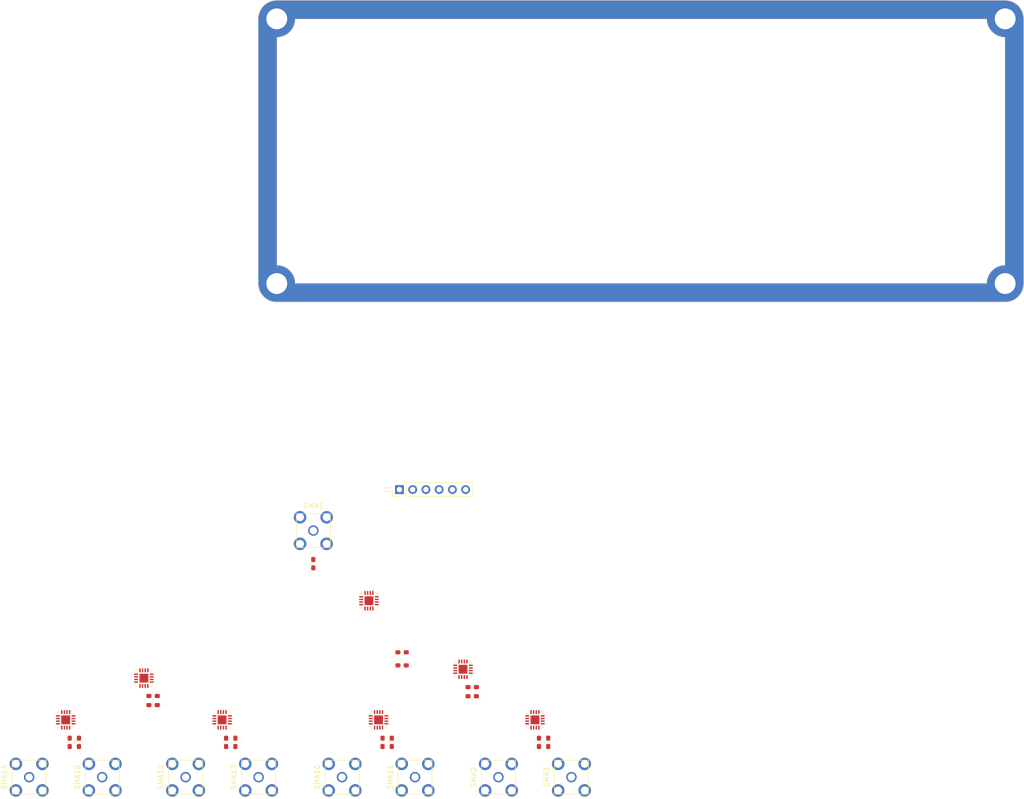
<source format=kicad_pcb>
(kicad_pcb (version 20221018) (generator pcbnew)
  (layers (0 "F.Cu" signal) (1 "In1.Cu" signal) (2 "In2.Cu" signal) (31 "B.Cu" signal) (34 "B.Paste" user) (35 "F.Paste" user) (36 "B.SilkS" user "B.Silkscreen") (37 "F.SilkS" user "F.Silkscreen") (38 "B.Mask" user) (39 "F.Mask" user) (44 "Edge.Cuts" user))
  (net 0 "")
  (net 1 "Vdd")
  (net 2 "GND")
  (net 3 "Vctr1")
  (net 4 "Vctr2")
  (net 5 "Vctr3")
  (net 6 "/Switch_cell1/In")
  (net 7 "Net-(U5-RF1)")
  (net 8 "Net-(U5-RF2)")
  (net 9 "Net-(U4-RF1)")
  (net 10 "Net-(U4-RF2)")
  (net 11 "Net-(U6-RF1)")
  (net 12 "Net-(U6-RF2)")
  (net 13 "Net-(U7-RF1)")
  (net 14 "Net-(U7-RF2)")
  (net 15 "/Switch_cell3/Out1")
  (net 16 "/Switch_cell1/Out2")
  (net 17 "/Switch_S6/In")
  (net 18 "/Switch_S3/In")
  (net 19 "/Switch_cell1/Out1")
  (net 20 "/Switch_S4/In")
  (net 21 "/Switch_S5/In")
  (net 22 "Net-(U3-RFC)")
  (footprint "radar:0603 usual" (layer "F.Cu") (at 64.516 -10.444)
    (fp_text reference "C4" (at 0.02 -1.14 unlocked) (layer "F.SilkS") (effects (font (size 0.4 0.4) (thickness 0.03))))
    (fp_text value "22uF")
    (fp_line (start -0.146267 -0.515) (end 0.146267 -0.515) (stroke (width 0.12)) (layer "F.SilkS"))
    (fp_line (start -0.146267 0.505) (end 0.146267 0.505) (stroke (width 0.12)) (layer "F.SilkS"))
    (pad "1" smd roundrect (at -0.8 -0.005) (size 0.965 0.8) (layers "F.Cu" "F.Paste" "F.Mask") (net 1 "Vdd"))
    (pad "2" smd roundrect (at 0.8 -0.005) (size 0.965 0.8) (layers "F.Cu" "F.Paste" "F.Mask") (net 2 "GND"))
  )
  (footprint "MUSIC_Lab:Switch_PE42553A_QFN17N" (layer "F.Cu") (at 58.166 -22.86 -90)
    (fp_text reference "U3" hide)
    (fp_text value "Switch_PE42553A-Z" hide)
    (fp_line (start -1.55 -1.55) (end -1.07 -1.55) (stroke (width 0.127)) (layer "F.SilkS"))
    (fp_line (start -1.55 -1.07) (end -1.55 -1.55) (stroke (width 0.127)) (layer "F.SilkS"))
    (fp_line (start -1.55 1.07) (end -1.55 1.55) (stroke (width 0.127)) (layer "F.SilkS"))
    (fp_line (start -1.55 1.55) (end -1.07 1.55) (stroke (width 0.127)) (layer "F.SilkS"))
    (fp_line (start 1.07 -1.55) (end 1.55 -1.55) (stroke (width 0.127)) (layer "F.SilkS"))
    (fp_line (start 1.55 -1.55) (end 1.55 -1.07) (stroke (width 0.127)) (layer "F.SilkS"))
    (fp_line (start 1.55 1.07) (end 1.55 1.55) (stroke (width 0.127)) (layer "F.SilkS"))
    (fp_line (start 1.55 1.55) (end 1.07 1.55) (stroke (width 0.127)) (layer "F.SilkS"))
    (fp_circle (center -2.121 -0.75) (end -2.046 -0.75) (stroke (width 0.15)) (fill none) (layer "F.SilkS"))
    (pad "1" smd roundrect (at -1.495 -0.75 270) (size 0.74 0.27) (layers "F.Cu" "F.Paste" "F.Mask") (roundrect_rratio 0.07) (net 2 "GND"))
    (pad "2" smd roundrect (at -1.495 -0.25 270) (size 0.74 0.27) (layers "F.Cu" "F.Paste" "F.Mask") (roundrect_rratio 0.07) (net 19 "/Switch_cell1/Out1"))
    (pad "3" smd roundrect (at -1.495 0.25 270) (size 0.74 0.27) (layers "F.Cu" "F.Paste" "F.Mask") (roundrect_rratio 0.07) (net 2 "GND"))
    (pad "4" smd roundrect (at -1.495 0.75 270) (size 0.74 0.27) (layers "F.Cu" "F.Paste" "F.Mask") (roundrect_rratio 0.07) (net 2 "GND"))
    (pad "5" smd roundrect (at -0.75 1.495) (size 0.74 0.27) (layers "F.Cu" "F.Paste" "F.Mask") (roundrect_rratio 0.07) (net 2 "GND"))
    (pad "6" smd roundrect (at -0.25 1.495) (size 0.74 0.27) (layers "F.Cu" "F.Paste" "F.Mask") (roundrect_rratio 0.07) (net 2 "GND"))
    (pad "7" smd roundrect (at 0.25 1.495) (size 0.74 0.27) (layers "F.Cu" "F.Paste" "F.Mask") (roundrect_rratio 0.07) (net 22 "Net-(U3-RFC)"))
    (pad "8" smd roundrect (at 0.75 1.495) (size 0.74 0.27) (layers "F.Cu" "F.Paste" "F.Mask") (roundrect_rratio 0.07) (net 2 "GND"))
    (pad "9" smd roundrect (at 1.495 0.75 90) (size 0.74 0.27) (layers "F.Cu" "F.Paste" "F.Mask") (roundrect_rratio 0.07) (net 2 "GND"))
    (pad "10" smd roundrect (at 1.495 0.25 90) (size 0.74 0.27) (layers "F.Cu" "F.Paste" "F.Mask") (roundrect_rratio 0.07) (net 2 "GND"))
    (pad "11" smd roundrect (at 1.495 -0.25 90) (size 0.74 0.27) (layers "F.Cu" "F.Paste" "F.Mask") (roundrect_rratio 0.07) (net 16 "/Switch_cell1/Out2"))
    (pad "12" smd roundrect (at 1.495 -0.75 90) (size 0.74 0.27) (layers "F.Cu" "F.Paste" "F.Mask") (roundrect_rratio 0.07) (net 2 "GND"))
    (pad "13" smd roundrect (at 0.75 -1.495 180) (size 0.74 0.27) (layers "F.Cu" "F.Paste" "F.Mask") (roundrect_rratio 0.07) (net 2 "GND"))
    (pad "14" smd roundrect (at 0.25 -1.495 180) (size 0.74 0.27) (layers "F.Cu" "F.Paste" "F.Mask") (roundrect_rratio 0.07) (net 3 "Vctr1"))
    (pad "15" smd roundrect (at -0.25 -1.495 180) (size 0.74 0.27) (layers "F.Cu" "F.Paste" "F.Mask") (roundrect_rratio 0.07) (net 2 "GND"))
    (pad "16" smd roundrect (at -0.75 -1.495 180) (size 0.74 0.27) (layers "F.Cu" "F.Paste" "F.Mask") (roundrect_rratio 0.07) (net 1 "Vdd"))
    (pad "EP" smd rect (at 0 0 270) (size 1.7 1.7) (layers "F.Cu" "F.Mask") (net 2 "GND"))
  )
  (footprint "radar:0603 usual" (layer "F.Cu") (at 77.964 -6.276)
    (fp_text reference "C1" (at 2.286 0 unlocked) (layer "F.SilkS") (effects (font (size 0.4 0.4) (thickness 0.03))))
    (fp_text value "0.1uF")
    (fp_line (start -0.146267 -0.515) (end 0.146267 -0.515) (stroke (width 0.12)) (layer "F.SilkS"))
    (fp_line (start -0.146267 0.505) (end 0.146267 0.505) (stroke (width 0.12)) (layer "F.SilkS"))
    (pad "1" smd roundrect (at -0.8 -0.005) (size 0.965 0.8) (layers "F.Cu" "F.Paste" "F.Mask") (net 1 "Vdd"))
    (pad "2" smd roundrect (at 0.8 -0.005) (size 0.965 0.8) (layers "F.Cu" "F.Paste" "F.Mask") (net 2 "GND"))
  )
  (footprint "radar:0603 usual" (layer "F.Cu") (at 77.964 -4.528)
    (fp_text reference "C2" (at 2.286 0.03 unlocked) (layer "F.SilkS") (effects (font (size 0.4 0.4) (thickness 0.03))))
    (fp_text value "22uF")
    (fp_line (start -0.146267 -0.515) (end 0.146267 -0.515) (stroke (width 0.12)) (layer "F.SilkS"))
    (fp_line (start -0.146267 0.505) (end 0.146267 0.505) (stroke (width 0.12)) (layer "F.SilkS"))
    (pad "1" smd roundrect (at -0.8 -0.005) (size 0.965 0.8) (layers "F.Cu" "F.Paste" "F.Mask") (net 1 "Vdd"))
    (pad "2" smd roundrect (at 0.8 -0.005) (size 0.965 0.8) (layers "F.Cu" "F.Paste" "F.Mask") (net 2 "GND"))
  )
  (footprint "MUSIC_Lab:SMA_KHD" (layer "F.Cu") (at 67 11 90)
    (fp_text reference "SMA11" (at 0 -4.75 90) (layer "F.SilkS"))
    (fp_text value "~")
    (fp_rect (start -3.25 -3.25) (end 3.25 3.25) (stroke (width 0.12)) (fill none) (layer "F.SilkS"))
    (pad "1" thru_hole circle (at 0 0 90) (size 2 2) (drill 1.4) (layers "*.Cu" "*.Mask") (net 10 "Net-(U4-RF2)"))
    (pad "2" thru_hole circle (at -2.55 -2.55 90) (size 2.4 2.4) (drill 1.5) (layers "*.Cu" "*.Mask") (net 2 "GND"))
    (pad "2" thru_hole circle (at -2.54 2.54 90) (size 2.4 2.4) (drill 1.5) (layers "*.Cu" "*.Mask") (net 2 "GND"))
    (pad "2" thru_hole circle (at 2.54 2.54 90) (size 2.4 2.4) (drill 1.5) (layers "*.Cu" "*.Mask") (net 2 "GND"))
    (pad "2" thru_hole circle (at 2.55 -2.55 90) (size 2.4 2.4) (drill 1.5) (layers "*.Cu" "*.Mask") (net 2 "GND"))
  )
  (footprint "radar:0603 usual" (layer "F.Cu") (at 16.764 -2.824)
    (fp_text reference "C12" (at 2.286 0.03 unlocked) (layer "F.SilkS") (effects (font (size 0.4 0.4) (thickness 0.03))))
    (fp_text value "22uF")
    (fp_line (start -0.146267 -0.515) (end 0.146267 -0.515) (stroke (width 0.12)) (layer "F.SilkS"))
    (fp_line (start -0.146267 0.505) (end 0.146267 0.505) (stroke (width 0.12)) (layer "F.SilkS"))
    (pad "1" smd roundrect (at -0.8 -0.005) (size 0.965 0.8) (layers "F.Cu" "F.Paste" "F.Mask") (net 1 "Vdd"))
    (pad "2" smd roundrect (at 0.8 -0.005) (size 0.965 0.8) (layers "F.Cu" "F.Paste" "F.Mask") (net 2 "GND"))
  )
  (footprint "MUSIC_Lab:SMA_KHD" (layer "F.Cu") (at 23 11 90)
    (fp_text reference "SMA12" (at 0 -4.75 90) (layer "F.SilkS"))
    (fp_text value "~")
    (fp_rect (start -3.25 -3.25) (end 3.25 3.25) (stroke (width 0.12)) (fill none) (layer "F.SilkS"))
    (pad "1" thru_hole circle (at 0 0 90) (size 2 2) (drill 1.4) (layers "*.Cu" "*.Mask") (net 11 "Net-(U6-RF1)"))
    (pad "2" thru_hole circle (at -2.55 -2.55 90) (size 2.4 2.4) (drill 1.5) (layers "*.Cu" "*.Mask") (net 2 "GND"))
    (pad "2" thru_hole circle (at -2.54 2.54 90) (size 2.4 2.4) (drill 1.5) (layers "*.Cu" "*.Mask") (net 2 "GND"))
    (pad "2" thru_hole circle (at 2.54 2.54 90) (size 2.4 2.4) (drill 1.5) (layers "*.Cu" "*.Mask") (net 2 "GND"))
    (pad "2" thru_hole circle (at 2.55 -2.55 90) (size 2.4 2.4) (drill 1.5) (layers "*.Cu" "*.Mask") (net 2 "GND"))
  )
  (footprint "radar:0603 usual" (layer "F.Cu") (at 92.54 4.318 -90)
    (fp_text reference "C7" (at 0.02 -1.14 -90 unlocked) (layer "F.SilkS") (effects (font (size 0.4 0.4) (thickness 0.03))))
    (fp_text value "0.1uF")
    (fp_line (start -0.146267 -0.515) (end 0.146267 -0.515) (stroke (width 0.12)) (layer "F.SilkS"))
    (fp_line (start -0.146267 0.505) (end 0.146267 0.505) (stroke (width 0.12)) (layer "F.SilkS"))
    (pad "1" smd roundrect (at -0.8 -0.005 270) (size 0.965 0.8) (layers "F.Cu" "F.Paste" "F.Mask") (net 1 "Vdd"))
    (pad "2" smd roundrect (at 0.8 -0.005 270) (size 0.965 0.8) (layers "F.Cu" "F.Paste" "F.Mask") (net 2 "GND"))
  )
  (footprint "MUSIC_Lab:Outline_11x4" (layer "F.Cu") (at 110.331 -109.129)
    (fp_text reference "outline1" hide)
    (fp_text value "~")
    (fp_line (start -73.406 25.4) (end -73.406 -25.4) (stroke (width 0.12)) (layer "Edge.Cuts"))
    (fp_line (start -69.85 -28.956) (end 69.85 -28.956) (stroke (width 0.12)) (layer "Edge.Cuts"))
    (fp_line (start 69.85 28.956) (end -69.85 28.956) (stroke (width 0.12)) (layer "Edge.Cuts"))
    (fp_line (start 73.406 -25.4) (end 73.406 25.4) (stroke (width 0.12)) (layer "Edge.Cuts"))
    (fp_arc (start -73.406 -25.4) (mid -72.364472 -27.914472) (end -69.85 -28.956) (stroke (width 0.12)) (layer "Edge.Cuts"))
    (fp_arc (start -69.85 28.956) (mid -72.364472 27.914472) (end -73.406 25.4) (stroke (width 0.12)) (layer "Edge.Cuts"))
    (fp_arc (start 69.85 -28.956) (mid 72.364472 -27.914472) (end 73.406 -25.4) (stroke (width 0.12)) (layer "Edge.Cuts"))
    (fp_arc (start 73.406 25.4) (mid 72.364472 27.914472) (end 69.85 28.956) (stroke (width 0.12)) (layer "Edge.Cuts"))
    (pad "1" smd rect (at -72.6 0 90) (size 50.8 1.5) (property pad_prop_testpoint) (layers "F.Cu" "F.Mask") (net 2 "GND"))
    (pad "1" smd rect (at -72.6 0 90) (size 50.8 1.5) (property pad_prop_testpoint) (layers "B.Cu" "B.Mask") (net 2 "GND"))
    (pad "1" smd rect (at -70.85 0 90) (size 46.8 2) (property pad_prop_testpoint) (layers "F.Cu" "F.Mask") (net 2 "GND"))
    (pad "1" smd rect (at -70.85 0 90) (size 46.8 2) (property pad_prop_testpoint) (layers "B.Cu" "B.Mask") (net 2 "GND"))
    (pad "1" thru_hole circle (at -69.85 -25.4) (size 7 7) (drill 4) (layers "*.Cu" "*.Mask") (net 2 "GND"))
    (pad "1" thru_hole circle (at -69.85 25.4) (size 7 7) (drill 4) (layers "*.Cu" "*.Mask") (net 2 "GND"))
    (pad "1" smd rect (at 0 -28.15) (size 139.7 1.5) (property pad_prop_testpoint) (layers "F.Cu" "F.Mask") (net 2 "GND"))
    (pad "1" smd rect (at 0 -28.15) (size 139.7 1.5) (property pad_prop_testpoint) (layers "B.Cu" "B.Mask") (net 2 "GND"))
    (pad "1" smd rect (at 0 -26.4) (size 135.7 2) (property pad_prop_testpoint) (layers "F.Cu" "F.Mask") (net 2 "GND"))
    (pad "1" smd rect (at 0 -26.4) (size 135.7 2) (property pad_prop_testpoint) (layers "B.Cu" "B.Mask") (net 2 "GND"))
    (pad "1" smd rect (at 0 26.4) (size 135.7 2) (property pad_prop_testpoint) (layers "F.Cu" "F.Mask") (net 2 "GND"))
    (pad "1" smd rect (at 0 26.4) (size 135.7 2) (property pad_prop_testpoint) (layers "B.Cu" "B.Mask") (net 2 "GND"))
    (pad "1" smd rect (at 0 28.15) (size 139.7 1.5) (property pad_prop_testpoint) (layers "F.Cu" "F.Mask") (net 2 "GND"))
    (pad "1" smd rect (at 0 28.15) (size 139.7 1.5) (property pad_prop_testpoint) (layers "B.Cu" "B.Mask") (net 2 "GND"))
    (pad "1" thru_hole circle (at 69.85 -25.4) (size 7 7) (drill 4) (layers "*.Cu" "*.Mask") (net 2 "GND"))
    (pad "1" thru_hole circle (at 69.85 25.4) (size 7 7) (drill 4) (layers "*.Cu" "*.Mask") (net 2 "GND"))
    (pad "1" smd rect (at 70.85 0 90) (size 46.8 2) (property pad_prop_testpoint) (layers "F.Cu" "F.Mask") (net 2 "GND"))
    (pad "1" smd rect (at 70.85 0 90) (size 46.8 2) (property pad_prop_testpoint) (layers "B.Cu" "B.Mask") (net 2 "GND"))
    (pad "1" smd rect (at 72.6 0 90) (size 50.8 1.5) (property pad_prop_testpoint) (layers "F.Cu" "F.Mask") (net 2 "GND"))
    (pad "1" smd rect (at 72.6 0 90) (size 50.8 1.5) (property pad_prop_testpoint) (layers "B.Cu" "B.Mask") (net 2 "GND"))
  )
  (footprint "radar:0603 usual" (layer "F.Cu") (at 32.54 4.318 -90)
    (fp_text reference "C9" (at 0.02 -1.14 -90 unlocked) (layer "F.SilkS") (effects (font (size 0.4 0.4) (thickness 0.03))))
    (fp_text value "0.1uF")
    (fp_line (start -0.146267 -0.515) (end 0.146267 -0.515) (stroke (width 0.12)) (layer "F.SilkS"))
    (fp_line (start -0.146267 0.505) (end 0.146267 0.505) (stroke (width 0.12)) (layer "F.SilkS"))
    (pad "1" smd roundrect (at -0.8 -0.005 270) (size 0.965 0.8) (layers "F.Cu" "F.Paste" "F.Mask") (net 1 "Vdd"))
    (pad "2" smd roundrect (at 0.8 -0.005 270) (size 0.965 0.8) (layers "F.Cu" "F.Paste" "F.Mask") (net 2 "GND"))
  )
  (footprint "MUSIC_Lab:Switch_PE42553A_QFN17N" (layer "F.Cu") (at 15 -8 180)
    (fp_text reference "U2" hide)
    (fp_text value "Switch_PE42553A-Z" hide)
    (fp_line (start -1.55 -1.55) (end -1.07 -1.55) (stroke (width 0.127)) (layer "F.SilkS"))
    (fp_line (start -1.55 -1.07) (end -1.55 -1.55) (stroke (width 0.127)) (layer "F.SilkS"))
    (fp_line (start -1.55 1.07) (end -1.55 1.55) (stroke (width 0.127)) (layer "F.SilkS"))
    (fp_line (start -1.55 1.55) (end -1.07 1.55) (stroke (width 0.127)) (layer "F.SilkS"))
    (fp_line (start 1.07 -1.55) (end 1.55 -1.55) (stroke (width 0.127)) (layer "F.SilkS"))
    (fp_line (start 1.55 -1.55) (end 1.55 -1.07) (stroke (width 0.127)) (layer "F.SilkS"))
    (fp_line (start 1.55 1.07) (end 1.55 1.55) (stroke (width 0.127)) (layer "F.SilkS"))
    (fp_line (start 1.55 1.55) (end 1.07 1.55) (stroke (width 0.127)) (layer "F.SilkS"))
    (fp_circle (center -2.121 -0.75) (end -2.046 -0.75) (stroke (width 0.15)) (fill none) (layer "F.SilkS"))
    (pad "1" smd roundrect (at -1.495 -0.75 180) (size 0.74 0.27) (layers "F.Cu" "F.Paste" "F.Mask") (roundrect_rratio 0.07) (net 2 "GND"))
    (pad "2" smd roundrect (at -1.495 -0.25 180) (size 0.74 0.27) (layers "F.Cu" "F.Paste" "F.Mask") (roundrect_rratio 0.07) (net 18 "/Switch_S3/In"))
    (pad "3" smd roundrect (at -1.495 0.25 180) (size 0.74 0.27) (layers "F.Cu" "F.Paste" "F.Mask") (roundrect_rratio 0.07) (net 2 "GND"))
    (pad "4" smd roundrect (at -1.495 0.75 180) (size 0.74 0.27) (layers "F.Cu" "F.Paste" "F.Mask") (roundrect_rratio 0.07) (net 2 "GND"))
    (pad "5" smd roundrect (at -0.75 1.495 270) (size 0.74 0.27) (layers "F.Cu" "F.Paste" "F.Mask") (roundrect_rratio 0.07) (net 2 "GND"))
    (pad "6" smd roundrect (at -0.25 1.495 270) (size 0.74 0.27) (layers "F.Cu" "F.Paste" "F.Mask") (roundrect_rratio 0.07) (net 2 "GND"))
    (pad "7" smd roundrect (at 0.25 1.495 270) (size 0.74 0.27) (layers "F.Cu" "F.Paste" "F.Mask") (roundrect_rratio 0.07) (net 19 "/Switch_cell1/Out1"))
    (pad "8" smd roundrect (at 0.75 1.495 270) (size 0.74 0.27) (layers "F.Cu" "F.Paste" "F.Mask") (roundrect_rratio 0.07) (net 2 "GND"))
    (pad "9" smd roundrect (at 1.495 0.75) (size 0.74 0.27) (layers "F.Cu" "F.Paste" "F.Mask") (roundrect_rratio 0.07) (net 2 "GND"))
    (pad "10" smd roundrect (at 1.495 0.25) (size 0.74 0.27) (layers "F.Cu" "F.Paste" "F.Mask") (roundrect_rratio 0.07) (net 2 "GND"))
    (pad "11" smd roundrect (at 1.495 -0.25) (size 0.74 0.27) (layers "F.Cu" "F.Paste" "F.Mask") (roundrect_rratio 0.07) (net 20 "/Switch_S4/In"))
    (pad "12" smd roundrect (at 1.495 -0.75) (size 0.74 0.27) (layers "F.Cu" "F.Paste" "F.Mask") (roundrect_rratio 0.07) (net 2 "GND"))
    (pad "13" smd roundrect (at 0.75 -1.495 90) (size 0.74 0.27) (layers "F.Cu" "F.Paste" "F.Mask") (roundrect_rratio 0.07) (net 2 "GND"))
    (pad "14" smd roundrect (at 0.25 -1.495 90) (size 0.74 0.27) (layers "F.Cu" "F.Paste" "F.Mask") (roundrect_rratio 0.07) (net 4 "Vctr2"))
    (pad "15" smd roundrect (at -0.25 -1.495 90) (size 0.74 0.27) (layers "F.Cu" "F.Paste" "F.Mask") (roundrect_rratio 0.07) (net 2 "GND"))
    (pad "16" smd roundrect (at -0.75 -1.495 90) (size 0.74 0.27) (layers "F.Cu" "F.Paste" "F.Mask") (roundrect_rratio 0.07) (net 1 "Vdd"))
    (pad "EP" smd rect (at 0 0 180) (size 1.7 1.7) (layers "F.Cu" "F.Mask") (net 2 "GND"))
  )
  (footprint "radar:0603 usual" (layer "F.Cu") (at 64.516 -12.954)
    (fp_text reference "C3" (at 0.02 -1.14 unlocked) (layer "F.SilkS") (effects (font (size 0.4 0.4) (thickness 0.03))))
    (fp_text value "0.1uF")
    (fp_line (start -0.146267 -0.515) (end 0.146267 -0.515) (stroke (width 0.12)) (layer "F.SilkS"))
    (fp_line (start -0.146267 0.505) (end 0.146267 0.505) (stroke (width 0.12)) (layer "F.SilkS"))
    (pad "1" smd roundrect (at -0.8 -0.005) (size 0.965 0.8) (layers "F.Cu" "F.Paste" "F.Mask") (net 1 "Vdd"))
    (pad "2" smd roundrect (at 0.8 -0.005) (size 0.965 0.8) (layers "F.Cu" "F.Paste" "F.Mask") (net 2 "GND"))
  )
  (footprint "Connector_PinHeader_2.54mm:PinHeader_1x06_P2.54mm_Vertical" (layer "F.Cu") (at 64.008 -44.196 90)
    (fp_text reference "J1" (at 0 -2.33 90) (layer "F.SilkS"))
    (fp_text value "Conn_01x06")
    (fp_line (start -1.33 -1.33) (end 0 -1.33) (stroke (width 0.12)) (layer "F.SilkS"))
    (fp_line (start -1.33 0) (end -1.33 -1.33) (stroke (width 0.12)) (layer "F.SilkS"))
    (fp_line (start -1.33 1.27) (end -1.33 14.03) (stroke (width 0.12)) (layer "F.SilkS"))
    (fp_line (start -1.33 1.27) (end 1.33 1.27) (stroke (width 0.12)) (layer "F.SilkS"))
    (fp_line (start -1.33 14.03) (end 1.33 14.03) (stroke (width 0.12)) (layer "F.SilkS"))
    (fp_line (start 1.33 1.27) (end 1.33 14.03) (stroke (width 0.12)) (layer "F.SilkS"))
    (pad "1" thru_hole rect (at 0 0 90) (size 1.7 1.7) (drill 1) (layers "*.Cu" "*.Mask") (net 2 "GND"))
    (pad "2" thru_hole oval (at 0 2.54 90) (size 1.7 1.7) (drill 1) (layers "*.Cu" "*.Mask") (net 1 "Vdd"))
    (pad "3" thru_hole oval (at 0 5.08 90) (size 1.7 1.7) (drill 1) (layers "*.Cu" "*.Mask") (net 3 "Vctr1"))
    (pad "4" thru_hole oval (at 0 7.62 90) (size 1.7 1.7) (drill 1) (layers "*.Cu" "*.Mask") (net 4 "Vctr2"))
    (pad "5" thru_hole oval (at 0 10.16 90) (size 1.7 1.7) (drill 1) (layers "*.Cu" "*.Mask") (net 5 "Vctr3"))
    (pad "6" thru_hole oval (at 0 12.7 90) (size 1.7 1.7) (drill 1) (layers "*.Cu" "*.Mask") (net 2 "GND"))
  )
  (footprint "radar:0603 usual" (layer "F.Cu") (at 30.762 4.318 -90)
    (fp_text reference "C10" (at 0.02 -1.14 -90 unlocked) (layer "F.SilkS") (effects (font (size 0.4 0.4) (thickness 0.03))))
    (fp_text value "22uF")
    (fp_line (start -0.146267 -0.515) (end 0.146267 -0.515) (stroke (width 0.12)) (layer "F.SilkS"))
    (fp_line (start -0.146267 0.505) (end 0.146267 0.505) (stroke (width 0.12)) (layer "F.SilkS"))
    (pad "1" smd roundrect (at -0.8 -0.005 270) (size 0.965 0.8) (layers "F.Cu" "F.Paste" "F.Mask") (net 1 "Vdd"))
    (pad "2" smd roundrect (at 0.8 -0.005 270) (size 0.965 0.8) (layers "F.Cu" "F.Paste" "F.Mask") (net 2 "GND"))
  )
  (footprint "radar:0603 usual" (layer "F.Cu") (at 62.54 4.318 -90)
    (fp_text reference "C5" (at 0.02 -1.14 -90 unlocked) (layer "F.SilkS") (effects (font (size 0.4 0.4) (thickness 0.03))))
    (fp_text value "0.1uF")
    (fp_line (start -0.146267 -0.515) (end 0.146267 -0.515) (stroke (width 0.12)) (layer "F.SilkS"))
    (fp_line (start -0.146267 0.505) (end 0.146267 0.505) (stroke (width 0.12)) (layer "F.SilkS"))
    (pad "1" smd roundrect (at -0.8 -0.005 270) (size 0.965 0.8) (layers "F.Cu" "F.Paste" "F.Mask") (net 1 "Vdd"))
    (pad "2" smd roundrect (at 0.8 -0.005 270) (size 0.965 0.8) (layers "F.Cu" "F.Paste" "F.Mask") (net 2 "GND"))
  )
  (footprint "MUSIC_Lab:SMA_KHD" (layer "F.Cu") (at -7 11 90)
    (fp_text reference "SMA14" (at 0 -4.75 90) (layer "F.SilkS"))
    (fp_text value "~")
    (fp_rect (start -3.25 -3.25) (end 3.25 3.25) (stroke (width 0.12)) (fill none) (layer "F.SilkS"))
    (pad "1" thru_hole circle (at 0 0 90) (size 2 2) (drill 1.4) (layers "*.Cu" "*.Mask") (net 13 "Net-(U7-RF1)"))
    (pad "2" thru_hole circle (at -2.55 -2.55 90) (size 2.4 2.4) (drill 1.5) (layers "*.Cu" "*.Mask") (net 2 "GND"))
    (pad "2" thru_hole circle (at -2.54 2.54 90) (size 2.4 2.4) (drill 1.5) (layers "*.Cu" "*.Mask") (net 2 "GND"))
    (pad "2" thru_hole circle (at 2.54 2.54 90) (size 2.4 2.4) (drill 1.5) (layers "*.Cu" "*.Mask") (net 2 "GND"))
    (pad "2" thru_hole circle (at 2.55 -2.55 90) (size 2.4 2.4) (drill 1.5) (layers "*.Cu" "*.Mask") (net 2 "GND"))
  )
  (footprint "MUSIC_Lab:Switch_PE42553A_QFN17N" (layer "F.Cu") (at 60 0 180)
    (fp_text reference "U4" hide)
    (fp_text value "Switch_PE42553A-Z" hide)
    (fp_line (start -1.55 -1.55) (end -1.07 -1.55) (stroke (width 0.127)) (layer "F.SilkS"))
    (fp_line (start -1.55 -1.07) (end -1.55 -1.55) (stroke (width 0.127)) (layer "F.SilkS"))
    (fp_line (start -1.55 1.07) (end -1.55 1.55) (stroke (width 0.127)) (layer "F.SilkS"))
    (fp_line (start -1.55 1.55) (end -1.07 1.55) (stroke (width 0.127)) (layer "F.SilkS"))
    (fp_line (start 1.07 -1.55) (end 1.55 -1.55) (stroke (width 0.127)) (layer "F.SilkS"))
    (fp_line (start 1.55 -1.55) (end 1.55 -1.07) (stroke (width 0.127)) (layer "F.SilkS"))
    (fp_line (start 1.55 1.07) (end 1.55 1.55) (stroke (width 0.127)) (layer "F.SilkS"))
    (fp_line (start 1.55 1.55) (end 1.07 1.55) (stroke (width 0.127)) (layer "F.SilkS"))
    (fp_circle (center -2.121 -0.75) (end -2.046 -0.75) (stroke (width 0.15)) (fill none) (layer "F.SilkS"))
    (pad "1" smd roundrect (at -1.495 -0.75 180) (size 0.74 0.27) (layers "F.Cu" "F.Paste" "F.Mask") (roundrect_rratio 0.07) (net 2 "GND"))
    (pad "2" smd roundrect (at -1.495 -0.25 180) (size 0.74 0.27) (layers "F.Cu" "F.Paste" "F.Mask") (roundrect_rratio 0.07) (net 9 "Net-(U4-RF1)"))
    (pad "3" smd roundrect (at -1.495 0.25 180) (size 0.74 0.27) (layers "F.Cu" "F.Paste" "F.Mask") (roundrect_rratio 0.07) (net 2 "GND"))
    (pad "4" smd roundrect (at -1.495 0.75 180) (size 0.74 0.27) (layers "F.Cu" "F.Paste" "F.Mask") (roundrect_rratio 0.07) (net 2 "GND"))
    (pad "5" smd roundrect (at -0.75 1.495 270) (size 0.74 0.27) (layers "F.Cu" "F.Paste" "F.Mask") (roundrect_rratio 0.07) (net 2 "GND"))
    (pad "6" smd roundrect (at -0.25 1.495 270) (size 0.74 0.27) (layers "F.Cu" "F.Paste" "F.Mask") (roundrect_rratio 0.07) (net 2 "GND"))
    (pad "7" smd roundrect (at 0.25 1.495 270) (size 0.74 0.27) (layers "F.Cu" "F.Paste" "F.Mask") (roundrect_rratio 0.07) (net 18 "/Switch_S3/In"))
    (pad "8" smd roundrect (at 0.75 1.495 270) (size 0.74 0.27) (layers "F.Cu" "F.Paste" "F.Mask") (roundrect_rratio 0.07) (net 2 "GND"))
    (pad "9" smd roundrect (at 1.495 0.75) (size 0.74 0.27) (layers "F.Cu" "F.Paste" "F.Mask") (roundrect_rratio 0.07) (net 2 "GND"))
    (pad "10" smd roundrect (at 1.495 0.25) (size 0.74 0.27) (layers "F.Cu" "F.Paste" "F.Mask") (roundrect_rratio 0.07) (net 2 "GND"))
    (pad "11" smd roundrect (at 1.495 -0.25) (size 0.74 0.27) (layers "F.Cu" "F.Paste" "F.Mask") (roundrect_rratio 0.07) (net 10 "Net-(U4-RF2)"))
    (pad "12" smd roundrect (at 1.495 -0.75) (size 0.74 0.27) (layers "F.Cu" "F.Paste" "F.Mask") (roundrect_rratio 0.07) (net 2 "GND"))
    (pad "13" smd roundrect (at 0.75 -1.495 90) (size 0.74 0.27) (layers "F.Cu" "F.Paste" "F.Mask") (roundrect_rratio 0.07) (net 2 "GND"))
    (pad "14" smd roundrect (at 0.25 -1.495 90) (size 0.74 0.27) (layers "F.Cu" "F.Paste" "F.Mask") (roundrect_rratio 0.07) (net 5 "Vctr3"))
    (pad "15" smd roundrect (at -0.25 -1.495 90) (size 0.74 0.27) (layers "F.Cu" "F.Paste" "F.Mask") (roundrect_rratio 0.07) (net 2 "GND"))
    (pad "16" smd roundrect (at -0.75 -1.495 90) (size 0.74 0.27) (layers "F.Cu" "F.Paste" "F.Mask") (roundrect_rratio 0.07) (net 1 "Vdd"))
    (pad "EP" smd rect (at 0 0 180) (size 1.7 1.7) (layers "F.Cu" "F.Mask") (net 2 "GND"))
  )
  (footprint "MUSIC_Lab:SMA_KHD" (layer "F.Cu") (at 97 11 90)
    (fp_text reference "SMA3" (at 0 -4.75 90) (layer "F.SilkS"))
    (fp_text value "~")
    (fp_rect (start -3.25 -3.25) (end 3.25 3.25) (stroke (width 0.12)) (fill none) (layer "F.SilkS"))
    (pad "1" thru_hole circle (at 0 0 90) (size 2 2) (drill 1.4) (layers "*.Cu" "*.Mask") (net 8 "Net-(U5-RF2)"))
    (pad "2" thru_hole circle (at -2.55 -2.55 90) (size 2.4 2.4) (drill 1.5) (layers "*.Cu" "*.Mask") (net 2 "GND"))
    (pad "2" thru_hole circle (at -2.54 2.54 90) (size 2.4 2.4) (drill 1.5) (layers "*.Cu" "*.Mask") (net 2 "GND"))
    (pad "2" thru_hole circle (at 2.54 2.54 90) (size 2.4 2.4) (drill 1.5) (layers "*.Cu" "*.Mask") (net 2 "GND"))
    (pad "2" thru_hole circle (at 2.55 -2.55 90) (size 2.4 2.4) (drill 1.5) (layers "*.Cu" "*.Mask") (net 2 "GND"))
  )
  (footprint "radar:0603 usual" (layer "F.Cu") (at 60.762 4.318 -90)
    (fp_text reference "C6" (at 0.02 -1.14 -90 unlocked) (layer "F.SilkS") (effects (font (size 0.4 0.4) (thickness 0.03))))
    (fp_text value "22uF")
    (fp_line (start -0.146267 -0.515) (end 0.146267 -0.515) (stroke (width 0.12)) (layer "F.SilkS"))
    (fp_line (start -0.146267 0.505) (end 0.146267 0.505) (stroke (width 0.12)) (layer "F.SilkS"))
    (pad "1" smd roundrect (at -0.8 -0.005 270) (size 0.965 0.8) (layers "F.Cu" "F.Paste" "F.Mask") (net 1 "Vdd"))
    (pad "2" smd roundrect (at 0.8 -0.005 270) (size 0.965 0.8) (layers "F.Cu" "F.Paste" "F.Mask") (net 2 "GND"))
  )
  (footprint "MUSIC_Lab:Switch_PE42553A_QFN17N" (layer "F.Cu") (at 90 0 180)
    (fp_text reference "U5" hide)
    (fp_text value "Switch_PE42553A-Z" hide)
    (fp_line (start -1.55 -1.55) (end -1.07 -1.55) (stroke (width 0.127)) (layer "F.SilkS"))
    (fp_line (start -1.55 -1.07) (end -1.55 -1.55) (stroke (width 0.127)) (layer "F.SilkS"))
    (fp_line (start -1.55 1.07) (end -1.55 1.55) (stroke (width 0.127)) (layer "F.SilkS"))
    (fp_line (start -1.55 1.55) (end -1.07 1.55) (stroke (width 0.127)) (layer "F.SilkS"))
    (fp_line (start 1.07 -1.55) (end 1.55 -1.55) (stroke (width 0.127)) (layer "F.SilkS"))
    (fp_line (start 1.55 -1.55) (end 1.55 -1.07) (stroke (width 0.127)) (layer "F.SilkS"))
    (fp_line (start 1.55 1.07) (end 1.55 1.55) (stroke (width 0.127)) (layer "F.SilkS"))
    (fp_line (start 1.55 1.55) (end 1.07 1.55) (stroke (width 0.127)) (layer "F.SilkS"))
    (fp_circle (center -2.121 -0.75) (end -2.046 -0.75) (stroke (width 0.15)) (fill none) (layer "F.SilkS"))
    (pad "1" smd roundrect (at -1.495 -0.75 180) (size 0.74 0.27) (layers "F.Cu" "F.Paste" "F.Mask") (roundrect_rratio 0.07) (net 2 "GND"))
    (pad "2" smd roundrect (at -1.495 -0.25 180) (size 0.74 0.27) (layers "F.Cu" "F.Paste" "F.Mask") (roundrect_rratio 0.07) (net 7 "Net-(U5-RF1)"))
    (pad "3" smd roundrect (at -1.495 0.25 180) (size 0.74 0.27) (layers "F.Cu" "F.Paste" "F.Mask") (roundrect_rratio 0.07) (net 2 "GND"))
    (pad "4" smd roundrect (at -1.495 0.75 180) (size 0.74 0.27) (layers "F.Cu" "F.Paste" "F.Mask") (roundrect_rratio 0.07) (net 2 "GND"))
    (pad "5" smd roundrect (at -0.75 1.495 270) (size 0.74 0.27) (layers "F.Cu" "F.Paste" "F.Mask") (roundrect_rratio 0.07) (net 2 "GND"))
    (pad "6" smd roundrect (at -0.25 1.495 270) (size 0.74 0.27) (layers "F.Cu" "F.Paste" "F.Mask") (roundrect_rratio 0.07) (net 2 "GND"))
    (pad "7" smd roundrect (at 0.25 1.495 270) (size 0.74 0.27) (layers "F.Cu" "F.Paste" "F.Mask") (roundrect_rratio 0.07) (net 20 "/Switch_S4/In"))
    (pad "8" smd roundrect (at 0.75 1.495 270) (size 0.74 0.27) (layers "F.Cu" "F.Paste" "F.Mask") (roundrect_rratio 0.07) (net 2 "GND"))
    (pad "9" smd roundrect (at 1.495 0.75) (size 0.74 0.27) (layers "F.Cu" "F.Paste" "F.Mask") (roundrect_rratio 0.07) (net 2 "GND"))
    (pad "10" smd roundrect (at 1.495 0.25) (size 0.74 0.27) (layers "F.Cu" "F.Paste" "F.Mask") (roundrect_rratio 0.07) (net 2 "GND"))
    (pad "11" smd roundrect (at 1.495 -0.25) (size 0.74 0.27) (layers "F.Cu" "F.Paste" "F.Mask") (roundrect_rratio 0.07) (net 8 "Net-(U5-RF2)"))
    (pad "12" smd roundrect (at 1.495 -0.75) (size 0.74 0.27) (layers "F.Cu" "F.Paste" "F.Mask") (roundrect_rratio 0.07) (net 2 "GND"))
    (pad "13" smd roundrect (at 0.75 -1.495 90) (size 0.74 0.27) (layers "F.Cu" "F.Paste" "F.Mask") (roundrect_rratio 0.07) (net 2 "GND"))
    (pad "14" smd roundrect (at 0.25 -1.495 90) (size 0.74 0.27) (layers "F.Cu" "F.Paste" "F.Mask") (roundrect_rratio 0.07) (net 5 "Vctr3"))
    (pad "15" smd roundrect (at -0.25 -1.495 90) (size 0.74 0.27) (layers "F.Cu" "F.Paste" "F.Mask") (roundrect_rratio 0.07) (net 2 "GND"))
    (pad "16" smd roundrect (at -0.75 -1.495 90) (size 0.74 0.27) (layers "F.Cu" "F.Paste" "F.Mask") (roundrect_rratio 0.07) (net 1 "Vdd"))
    (pad "EP" smd rect (at 0 0 180) (size 1.7 1.7) (layers "F.Cu" "F.Mask") (net 2 "GND"))
  )
  (footprint "MUSIC_Lab:SMA_KHD" (layer "F.Cu") (at 7 11 90)
    (fp_text reference "SMA15" (at 0 -4.75 90) (layer "F.SilkS"))
    (fp_text value "~")
    (fp_rect (start -3.25 -3.25) (end 3.25 3.25) (stroke (width 0.12)) (fill none) (layer "F.SilkS"))
    (pad "1" thru_hole circle (at 0 0 90) (size 2 2) (drill 1.4) (layers "*.Cu" "*.Mask") (net 14 "Net-(U7-RF2)"))
    (pad "2" thru_hole circle (at -2.55 -2.55 90) (size 2.4 2.4) (drill 1.5) (layers "*.Cu" "*.Mask") (net 2 "GND"))
    (pad "2" thru_hole circle (at -2.54 2.54 90) (size 2.4 2.4) (drill 1.5) (layers "*.Cu" "*.Mask") (net 2 "GND"))
    (pad "2" thru_hole circle (at 2.54 2.54 90) (size 2.4 2.4) (drill 1.5) (layers "*.Cu" "*.Mask") (net 2 "GND"))
    (pad "2" thru_hole circle (at 2.55 -2.55 90) (size 2.4 2.4) (drill 1.5) (layers "*.Cu" "*.Mask") (net 2 "GND"))
  )
  (footprint "radar:0603 usual" (layer "F.Cu") (at 16.764 -4.572)
    (fp_text reference "C11" (at 2.286 0 unlocked) (layer "F.SilkS") (effects (font (size 0.4 0.4) (thickness 0.03))))
    (fp_text value "0.1uF")
    (fp_line (start -0.146267 -0.515) (end 0.146267 -0.515) (stroke (width 0.12)) (layer "F.SilkS"))
    (fp_line (start -0.146267 0.505) (end 0.146267 0.505) (stroke (width 0.12)) (layer "F.SilkS"))
    (pad "1" smd roundrect (at -0.8 -0.005) (size 0.965 0.8) (layers "F.Cu" "F.Paste" "F.Mask") (net 1 "Vdd"))
    (pad "2" smd roundrect (at 0.8 -0.005) (size 0.965 0.8) (layers "F.Cu" "F.Paste" "F.Mask") (net 2 "GND"))
  )
  (footprint "radar:0603 usual" (layer "F.Cu") (at 90.762 4.318 -90)
    (fp_text reference "C8" (at 0.02 -1.14 -90 unlocked) (layer "F.SilkS") (effects (font (size 0.4 0.4) (thickness 0.03))))
    (fp_text value "22uF")
    (fp_line (start -0.146267 -0.515) (end 0.146267 -0.515) (stroke (width 0.12)) (layer "F.SilkS"))
    (fp_line (start -0.146267 0.505) (end 0.146267 0.505) (stroke (width 0.12)) (layer "F.SilkS"))
    (pad "1" smd roundrect (at -0.8 -0.005 270) (size 0.965 0.8) (layers "F.Cu" "F.Paste" "F.Mask") (net 1 "Vdd"))
    (pad "2" smd roundrect (at 0.8 -0.005 270) (size 0.965 0.8) (layers "F.Cu" "F.Paste" "F.Mask") (net 2 "GND"))
  )
  (footprint "MUSIC_Lab:Switch_PE42553A_QFN17N" (layer "F.Cu") (at 30 0 180)
    (fp_text reference "U6" hide)
    (fp_text value "Switch_PE42553A-Z" hide)
    (fp_line (start -1.55 -1.55) (end -1.07 -1.55) (stroke (width 0.127)) (layer "F.SilkS"))
    (fp_line (start -1.55 -1.07) (end -1.55 -1.55) (stroke (width 0.127)) (layer "F.SilkS"))
    (fp_line (start -1.55 1.07) (end -1.55 1.55) (stroke (width 0.127)) (layer "F.SilkS"))
    (fp_line (start -1.55 1.55) (end -1.07 1.55) (stroke (width 0.127)) (layer "F.SilkS"))
    (fp_line (start 1.07 -1.55) (end 1.55 -1.55) (stroke (width 0.127)) (layer "F.SilkS"))
    (fp_line (start 1.55 -1.55) (end 1.55 -1.07) (stroke (width 0.127)) (layer "F.SilkS"))
    (fp_line (start 1.55 1.07) (end 1.55 1.55) (stroke (width 0.127)) (layer "F.SilkS"))
    (fp_line (start 1.55 1.55) (end 1.07 1.55) (stroke (width 0.127)) (layer "F.SilkS"))
    (fp_circle (center -2.121 -0.75) (end -2.046 -0.75) (stroke (width 0.15)) (fill none) (layer "F.SilkS"))
    (pad "1" smd roundrect (at -1.495 -0.75 180) (size 0.74 0.27) (layers "F.Cu" "F.Paste" "F.Mask") (roundrect_rratio 0.07) (net 2 "GND"))
    (pad "2" smd roundrect (at -1.495 -0.25 180) (size 0.74 0.27) (layers "F.Cu" "F.Paste" "F.Mask") (roundrect_rratio 0.07) (net 11 "Net-(U6-RF1)"))
    (pad "3" smd roundrect (at -1.495 0.25 180) (size 0.74 0.27) (layers "F.Cu" "F.Paste" "F.Mask") (roundrect_rratio 0.07) (net 2 "GND"))
    (pad "4" smd roundrect (at -1.495 0.75 180) (size 0.74 0.27) (layers "F.Cu" "F.Paste" "F.Mask") (roundrect_rratio 0.07) (net 2 "GND"))
    (pad "5" smd roundrect (at -0.75 1.495 270) (size 0.74 0.27) (layers "F.Cu" "F.Paste" "F.Mask") (roundrect_rratio 0.07) (net 2 "GND"))
    (pad "6" smd roundrect (at -0.25 1.495 270) (size 0.74 0.27) (layers "F.Cu" "F.Paste" "F.Mask") (roundrect_rratio 0.07) (net 2 "GND"))
    (pad "7" smd roundrect (at 0.25 1.495 270) (size 0.74 0.27) (layers "F.Cu" "F.Paste" "F.Mask") (roundrect_rratio 0.07) (net 21 "/Switch_S5/In"))
    (pad "8" smd roundrect (at 0.75 1.495 270) (size 0.74 0.27) (layers "F.Cu" "F.Paste" "F.Mask") (roundrect_rratio 0.07) (net 2 "GND"))
    (pad "9" smd roundrect (at 1.495 0.75) (size 0.74 0.27) (layers "F.Cu" "F.Paste" "F.Mask") (roundrect_rratio 0.07) (net 2 "GND"))
    (pad "10" smd roundrect (at 1.495 0.25) (size 0.74 0.27) (layers "F.Cu" "F.Paste" "F.Mask") (roundrect_rratio 0.07) (net 2 "GND"))
    (pad "11" smd roundrect (at 1.495 -0.25) (size 0.74 0.27) (layers "F.Cu" "F.Paste" "F.Mask") (roundrect_rratio 0.07) (net 12 "Net-(U6-RF2)"))
    (pad "12" smd roundrect (at 1.495 -0.75) (size 0.74 0.27) (layers "F.Cu" "F.Paste" "F.Mask") (roundrect_rratio 0.07) (net 2 "GND"))
    (pad "13" smd roundrect (at 0.75 -1.495 90) (size 0.74 0.27) (layers "F.Cu" "F.Paste" "F.Mask") (roundrect_rratio 0.07) (net 2 "GND"))
    (pad "14" smd roundrect (at 0.25 -1.495 90) (size 0.74 0.27) (layers "F.Cu" "F.Paste" "F.Mask") (roundrect_rratio 0.07) (net 5 "Vctr3"))
    (pad "15" smd roundrect (at -0.25 -1.495 90) (size 0.74 0.27) (layers "F.Cu" "F.Paste" "F.Mask") (roundrect_rratio 0.07) (net 2 "GND"))
    (pad "16" smd roundrect (at -0.75 -1.495 90) (size 0.74 0.27) (layers "F.Cu" "F.Paste" "F.Mask") (roundrect_rratio 0.07) (net 1 "Vdd"))
    (pad "EP" smd rect (at 0 0 180) (size 1.7 1.7) (layers "F.Cu" "F.Mask") (net 2 "GND"))
  )
  (footprint "MUSIC_Lab:SMA_KHD" (layer "F.Cu") (at 53 11 90)
    (fp_text reference "SMA10" (at 0 -4.75 90) (layer "F.SilkS"))
    (fp_text value "~")
    (fp_rect (start -3.25 -3.25) (end 3.25 3.25) (stroke (width 0.12)) (fill none) (layer "F.SilkS"))
    (pad "1" thru_hole circle (at 0 0 90) (size 2 2) (drill 1.4) (layers "*.Cu" "*.Mask") (net 9 "Net-(U4-RF1)"))
    (pad "2" thru_hole circle (at -2.55 -2.55 90) (size 2.4 2.4) (drill 1.5) (layers "*.Cu" "*.Mask") (net 2 "GND"))
    (pad "2" thru_hole circle (at -2.54 2.54 90) (size 2.4 2.4) (drill 1.5) (layers "*.Cu" "*.Mask") (net 2 "GND"))
    (pad "2" thru_hole circle (at 2.54 2.54 90) (size 2.4 2.4) (drill 1.5) (layers "*.Cu" "*.Mask") (net 2 "GND"))
    (pad "2" thru_hole circle (at 2.55 -2.55 90) (size 2.4 2.4) (drill 1.5) (layers "*.Cu" "*.Mask") (net 2 "GND"))
  )
  (footprint "radar:0603 usual" (layer "F.Cu") (at 2.54 4.318 -90)
    (fp_text reference "C13" (at 0.02 -1.14 -90 unlocked) (layer "F.SilkS") (effects (font (size 0.4 0.4) (thickness 0.03))))
    (fp_text value "0.1uF")
    (fp_line (start -0.146267 -0.515) (end 0.146267 -0.515) (stroke (width 0.12)) (layer "F.SilkS"))
    (fp_line (start -0.146267 0.505) (end 0.146267 0.505) (stroke (width 0.12)) (layer "F.SilkS"))
    (pad "1" smd roundrect (at -0.8 -0.005 270) (size 0.965 0.8) (layers "F.Cu" "F.Paste" "F.Mask") (net 1 "Vdd"))
    (pad "2" smd roundrect (at 0.8 -0.005 270) (size 0.965 0.8) (layers "F.Cu" "F.Paste" "F.Mask") (net 2 "GND"))
  )
  (footprint "radar:0603 usual" (layer "F.Cu") (at 47.498 -29.972 90)
    (fp_text reference "C15" (at 0.02 -1.14 90 unlocked) (layer "F.SilkS") (effects (font (size 0.4 0.4) (thickness 0.03))))
    (fp_text value "0.1uF")
    (fp_line (start -0.146267 -0.515) (end 0.146267 -0.515) (stroke (width 0.12)) (layer "F.SilkS"))
    (fp_line (start -0.146267 0.505) (end 0.146267 0.505) (stroke (width 0.12)) (layer "F.SilkS"))
    (pad "1" smd roundrect (at -0.8 -0.005 90) (size 0.965 0.8) (layers "F.Cu" "F.Paste" "F.Mask") (net 6 "/Switch_cell1/In"))
    (pad "2" smd roundrect (at 0.8 -0.005 90) (size 0.965 0.8) (layers "F.Cu" "F.Paste" "F.Mask") (net 22 "Net-(U3-RFC)"))
  )
  (footprint "MUSIC_Lab:Switch_PE42553A_QFN17N" (layer "F.Cu") (at 76.2 -9.704 180)
    (fp_text reference "U1" hide)
    (fp_text value "Switch_PE42553A-Z" hide)
    (fp_line (start -1.55 -1.55) (end -1.07 -1.55) (stroke (width 0.127)) (layer "F.SilkS"))
    (fp_line (start -1.55 -1.07) (end -1.55 -1.55) (stroke (width 0.127)) (layer "F.SilkS"))
    (fp_line (start -1.55 1.07) (end -1.55 1.55) (stroke (width 0.127)) (layer "F.SilkS"))
    (fp_line (start -1.55 1.55) (end -1.07 1.55) (stroke (width 0.127)) (layer "F.SilkS"))
    (fp_line (start 1.07 -1.55) (end 1.55 -1.55) (stroke (width 0.127)) (layer "F.SilkS"))
    (fp_line (start 1.55 -1.55) (end 1.55 -1.07) (stroke (width 0.127)) (layer "F.SilkS"))
    (fp_line (start 1.55 1.07) (end 1.55 1.55) (stroke (width 0.127)) (layer "F.SilkS"))
    (fp_line (start 1.55 1.55) (end 1.07 1.55) (stroke (width 0.127)) (layer "F.SilkS"))
    (fp_circle (center -2.121 -0.75) (end -2.046 -0.75) (stroke (width 0.15)) (fill none) (layer "F.SilkS"))
    (pad "1" smd roundrect (at -1.495 -0.75 180) (size 0.74 0.27) (layers "F.Cu" "F.Paste" "F.Mask") (roundrect_rratio 0.07) (net 2 "GND"))
    (pad "2" smd roundrect (at -1.495 -0.25 180) (size 0.74 0.27) (layers "F.Cu" "F.Paste" "F.Mask") (roundrect_rratio 0.07) (net 15 "/Switch_cell3/Out1"))
    (pad "3" smd roundrect (at -1.495 0.25 180) (size 0.74 0.27) (layers "F.Cu" "F.Paste" "F.Mask") (roundrect_rratio 0.07) (net 2 "GND"))
    (pad "4" smd roundrect (at -1.495 0.75 180) (size 0.74 0.27) (layers "F.Cu" "F.Paste" "F.Mask") (roundrect_rratio 0.07) (net 2 "GND"))
    (pad "5" smd roundrect (at -0.75 1.495 270) (size 0.74 0.27) (layers "F.Cu" "F.Paste" "F.Mask") (roundrect_rratio 0.07) (net 2 "GND"))
    (pad "6" smd roundrect (at -0.25 1.495 270) (size 0.74 0.27) (layers "F.Cu" "F.Paste" "F.Mask") (roundrect_rratio 0.07) (net 2 "GND"))
    (pad "7" smd roundrect (at 0.25 1.495 270) (size 0.74 0.27) (layers "F.Cu" "F.Paste" "F.Mask") (roundrect_rratio 0.07) (net 16 "/Switch_cell1/Out2"))
    (pad "8" smd roundrect (at 0.75 1.495 270) (size 0.74 0.27) (layers "F.Cu" "F.Paste" "F.Mask") (roundrect_rratio 0.07) (net 2 "GND"))
    (pad "9" smd roundrect (at 1.495 0.75) (size 0.74 0.27) (layers "F.Cu" "F.Paste" "F.Mask") (roundrect_rratio 0.07) (net 2 "GND"))
    (pad "10" smd roundrect (at 1.495 0.25) (size 0.74 0.27) (layers "F.Cu" "F.Paste" "F.Mask") (roundrect_rratio 0.07) (net 2 "GND"))
    (pad "11" smd roundrect (at 1.495 -0.25) (size 0.74 0.27) (layers "F.Cu" "F.Paste" "F.Mask") (roundrect_rratio 0.07) (net 17 "/Switch_S6/In"))
    (pad "12" smd roundrect (at 1.495 -0.75) (size 0.74 0.27) (layers "F.Cu" "F.Paste" "F.Mask") (roundrect_rratio 0.07) (net 2 "GND"))
    (pad "13" smd roundrect (at 0.75 -1.495 90) (size 0.74 0.27) (layers "F.Cu" "F.Paste" "F.Mask") (roundrect_rratio 0.07) (net 2 "GND"))
    (pad "14" smd roundrect (at 0.25 -1.495 90) (size 0.74 0.27) (layers "F.Cu" "F.Paste" "F.Mask") (roundrect_rratio 0.07) (net 4 "Vctr2"))
    (pad "15" smd roundrect (at -0.25 -1.495 90) (size 0.74 0.27) (layers "F.Cu" "F.Paste" "F.Mask") (roundrect_rratio 0.07) (net 2 "GND"))
    (pad "16" smd roundrect (at -0.75 -1.495 90) (size 0.74 0.27) (layers "F.Cu" "F.Paste" "F.Mask") (roundrect_rratio 0.07) (net 1 "Vdd"))
    (pad "EP" smd rect (at 0 0 180) (size 1.7 1.7) (layers "F.Cu" "F.Mask") (net 2 "GND"))
  )
  (footprint "radar:0603 usual" (layer "F.Cu") (at 0.762 4.318 -90)
    (fp_text reference "C14" (at 0.02 -1.14 -90 unlocked) (layer "F.SilkS") (effects (font (size 0.4 0.4) (thickness 0.03))))
    (fp_text value "22uF")
    (fp_line (start -0.146267 -0.515) (end 0.146267 -0.515) (stroke (width 0.12)) (layer "F.SilkS"))
    (fp_line (start -0.146267 0.505) (end 0.146267 0.505) (stroke (width 0.12)) (layer "F.SilkS"))
    (pad "1" smd roundrect (at -0.8 -0.005 270) (size 0.965 0.8) (layers "F.Cu" "F.Paste" "F.Mask") (net 1 "Vdd"))
    (pad "2" smd roundrect (at 0.8 -0.005 270) (size 0.965 0.8) (layers "F.Cu" "F.Paste" "F.Mask") (net 2 "GND"))
  )
  (footprint "MUSIC_Lab:SMA_KHD" (layer "F.Cu") (at 83 11 90)
    (fp_text reference "SMA2" (at 0 -4.75 90) (layer "F.SilkS"))
    (fp_text value "~")
    (fp_rect (start -3.25 -3.25) (end 3.25 3.25) (stroke (width 0.12)) (fill none) (layer "F.SilkS"))
    (pad "1" thru_hole circle (at 0 0 90) (size 2 2) (drill 1.4) (layers "*.Cu" "*.Mask") (net 7 "Net-(U5-RF1)"))
    (pad "2" thru_hole circle (at -2.55 -2.55 90) (size 2.4 2.4) (drill 1.5) (layers "*.Cu" "*.Mask") (net 2 "GND"))
    (pad "2" thru_hole circle (at -2.54 2.54 90) (size 2.4 2.4) (drill 1.5) (layers "*.Cu" "*.Mask") (net 2 "GND"))
    (pad "2" thru_hole circle (at 2.54 2.54 90) (size 2.4 2.4) (drill 1.5) (layers "*.Cu" "*.Mask") (net 2 "GND"))
    (pad "2" thru_hole circle (at 2.55 -2.55 90) (size 2.4 2.4) (drill 1.5) (layers "*.Cu" "*.Mask") (net 2 "GND"))
  )
  (footprint "MUSIC_Lab:SMA_KHD" (layer "F.Cu") (at 37 11 90)
    (fp_text reference "SMA13" (at 0 -4.75 90) (layer "F.SilkS"))
    (fp_text value "~")
    (fp_rect (start -3.25 -3.25) (end 3.25 3.25) (stroke (width 0.12)) (fill none) (layer "F.SilkS"))
    (pad "1" thru_hole circle (at 0 0 90) (size 2 2) (drill 1.4) (layers "*.Cu" "*.Mask") (net 12 "Net-(U6-RF2)"))
    (pad "2" thru_hole circle (at -2.55 -2.55 90) (size 2.4 2.4) (drill 1.5) (layers "*.Cu" "*.Mask") (net 2 "GND"))
    (pad "2" thru_hole circle (at -2.54 2.54 90) (size 2.4 2.4) (drill 1.5) (layers "*.Cu" "*.Mask") (net 2 "GND"))
    (pad "2" thru_hole circle (at 2.54 2.54 90) (size 2.4 2.4) (drill 1.5) (layers "*.Cu" "*.Mask") (net 2 "GND"))
    (pad "2" thru_hole circle (at 2.55 -2.55 90) (size 2.4 2.4) (drill 1.5) (layers "*.Cu" "*.Mask") (net 2 "GND"))
  )
  (footprint "MUSIC_Lab:SMA_KHD" (layer "F.Cu") (at 47.498 -36.322)
    (fp_text reference "SMA1" (at 0 -4.75) (layer "F.SilkS"))
    (fp_text value "~")
    (fp_rect (start -3.25 -3.25) (end 3.25 3.25) (stroke (width 0.12)) (fill none) (layer "F.SilkS"))
    (pad "1" thru_hole circle (at 0 0) (size 2 2) (drill 1.4) (layers "*.Cu" "*.Mask") (net 6 "/Switch_cell1/In"))
    (pad "2" thru_hole circle (at -2.55 -2.55) (size 2.4 2.4) (drill 1.5) (layers "*.Cu" "*.Mask") (net 2 "GND"))
    (pad "2" thru_hole circle (at -2.54 2.54) (size 2.4 2.4) (drill 1.5) (layers "*.Cu" "*.Mask") (net 2 "GND"))
    (pad "2" thru_hole circle (at 2.54 2.54) (size 2.4 2.4) (drill 1.5) (layers "*.Cu" "*.Mask") (net 2 "GND"))
    (pad "2" thru_hole circle (at 2.55 -2.55) (size 2.4 2.4) (drill 1.5) (layers "*.Cu" "*.Mask") (net 2 "GND"))
  )
  (footprint "MUSIC_Lab:Switch_PE42553A_QFN17N" (layer "F.Cu") (at 0 0 180)
    (fp_text reference "U7" hide)
    (fp_text value "Switch_PE42553A-Z" hide)
    (fp_line (start -1.55 -1.55) (end -1.07 -1.55) (stroke (width 0.127)) (layer "F.SilkS"))
    (fp_line (start -1.55 -1.07) (end -1.55 -1.55) (stroke (width 0.127)) (layer "F.SilkS"))
    (fp_line (start -1.55 1.07) (end -1.55 1.55) (stroke (width 0.127)) (layer "F.SilkS"))
    (fp_line (start -1.55 1.55) (end -1.07 1.55) (stroke (width 0.127)) (layer "F.SilkS"))
    (fp_line (start 1.07 -1.55) (end 1.55 -1.55) (stroke (width 0.127)) (layer "F.SilkS"))
    (fp_line (start 1.55 -1.55) (end 1.55 -1.07) (stroke (width 0.127)) (layer "F.SilkS"))
    (fp_line (start 1.55 1.07) (end 1.55 1.55) (stroke (width 0.127)) (layer "F.SilkS"))
    (fp_line (start 1.55 1.55) (end 1.07 1.55) (stroke (width 0.127)) (layer "F.SilkS"))
    (fp_circle (center -2.121 -0.75) (end -2.046 -0.75) (stroke (width 0.15)) (fill none) (layer "F.SilkS"))
    (pad "1" smd roundrect (at -1.495 -0.75 180) (size 0.74 0.27) (layers "F.Cu" "F.Paste" "F.Mask") (roundrect_rratio 0.07) (net 2 "GND"))
    (pad "2" smd roundrect (at -1.495 -0.25 180) (size 0.74 0.27) (layers "F.Cu" "F.Paste" "F.Mask") (roundrect_rratio 0.07) (net 13 "Net-(U7-RF1)"))
    (pad "3" smd roundrect (at -1.495 0.25 180) (size 0.74 0.27) (layers "F.Cu" "F.Paste" "F.Mask") (roundrect_rratio 0.07) (net 2 "GND"))
    (pad "4" smd roundrect (at -1.495 0.75 180) (size 0.74 0.27) (layers "F.Cu" "F.Paste" "F.Mask") (roundrect_rratio 0.07) (net 2 "GND"))
    (pad "5" smd roundrect (at -0.75 1.495 270) (size 0.74 0.27) (layers "F.Cu" "F.Paste" "F.Mask") (roundrect_rratio 0.07) (net 2 "GND"))
    (pad "6" smd roundrect (at -0.25 1.495 270) (size 0.74 0.27) (layers "F.Cu" "F.Paste" "F.Mask") (roundrect_rratio 0.07) (net 2 "GND"))
    (pad "7" smd roundrect (at 0.25 1.495 270) (size 0.74 0.27) (layers "F.Cu" "F.Paste" "F.Mask") (roundrect_rratio 0.07) (net 17 "/Switch_S6/In"))
    (pad "8" smd roundrect (at 0.75 1.495 270) (size 0.74 0.27) (layers "F.Cu" "F.Paste" "F.Mask") (roundrect_rratio 0.07) (net 2 "GND"))
    (pad "9" smd roundrect (at 1.495 0.75) (size 0.74 0.27) (layers "F.Cu" "F.Paste" "F.Mask") (roundrect_rratio 0.07) (net 2 "GND"))
    (pad "10" smd roundrect (at 1.495 0.25) (size 0.74 0.27) (layers "F.Cu" "F.Paste" "F.Mask") (roundrect_rratio 0.07) (net 2 "GND"))
    (pad "11" smd roundrect (at 1.495 -0.25) (size 0.74 0.27) (layers "F.Cu" "F.Paste" "F.Mask") (roundrect_rratio 0.07) (net 14 "Net-(U7-RF2)"))
    (pad "12" smd roundrect (at 1.495 -0.75) (size 0.74 0.27) (layers "F.Cu" "F.Paste" "F.Mask") (roundrect_rratio 0.07) (net 2 "GND"))
    (pad "13" smd roundrect (at 0.75 -1.495 90) (size 0.74 0.27) (layers "F.Cu" "F.Paste" "F.Mask") (roundrect_rratio 0.07) (net 2 "GND"))
    (pad "14" smd roundrect (at 0.25 -1.495 90) (size 0.74 0.27) (layers "F.Cu" "F.Paste" "F.Mask") (roundrect_rratio 0.07) (net 5 "Vctr3"))
    (pad "15" smd roundrect (at -0.25 -1.495 90) (size 0.74 0.27) (layers "F.Cu" "F.Paste" "F.Mask") (roundrect_rratio 0.07) (net 2 "GND"))
    (pad "16" smd roundrect (at -0.75 -1.495 90) (size 0.74 0.27) (layers "F.Cu" "F.Paste" "F.Mask") (roundrect_rratio 0.07) (net 1 "Vdd"))
    (pad "EP" smd rect (at 0 0 180) (size 1.7 1.7) (layers "F.Cu" "F.Mask") (net 2 "GND"))
  )
)
</source>
